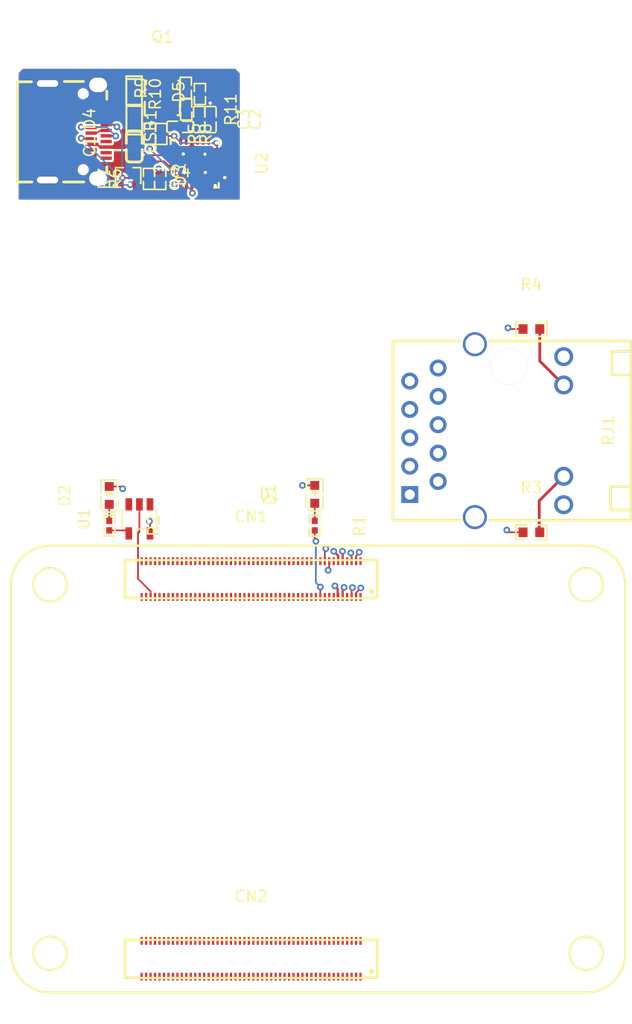
<source format=kicad_pcb>
(kicad_pcb (version 20240108) (generator "pcbnew") (generator_version "8.0")
  (layers (0 "F.Cu" signal) (1 "In1.Cu" signal) (2 "In2.Cu" signal) (31 "B.Cu" signal) (34 "B.Paste" user) (35 "F.Paste" user) (36 "B.SilkS" user "B.Silkscreen") (37 "F.SilkS" user "F.Silkscreen") (38 "B.Mask" user) (39 "F.Mask" user) (44 "Edge.Cuts" user))
  (net 0 "")
  (net 1 "A8")
  (net 2 "A10")
  (net 3 "controller.cm4.hdi_a-pins[17]")
  (net 4 "GND")
  (net 5 "UART_RX")
  (net 6 "pins[64]")
  (net 7 "pins[41]")
  (net 8 "pins[91]")
  (net 9 "pins[70]")
  (net 10 "controller.cm4-pins[23]")
  (net 11 "power-gnd")
  (net 12 "I2S_SD")
  (net 13 "pins[3]")
  (net 14 "VCC_3V3")
  (net 15 "controller.cm4-pins[39]")
  (net 16 "pins[61]")
  (net 17 "ETH_P2_P")
  (net 18 "controller.cm4.hdi_a-pins[94]")
  (net 19 "controller.rj45.connector-net-1")
  (net 20 "pins[58]")
  (net 21 "pins[9]")
  (net 22 "controller.cm4.hdi_b-pins[15]")
  (net 23 "controller.cm4.hdi_a-pins[34]")
  (net 24 "pins[76]")
  (net 25 "pins[46]")
  (net 26 "controller.rj45-anode")
  (net 27 "VCC_1V8")
  (net 28 "controller.cm4.hdi_b-pins[68]")
  (net 29 "B2")
  (net 30 "power.pd_controller-net")
  (net 31 "VBUS_VS_DISCH")
  (net 32 "HDMI1_D0_N")
  (net 33 "HDMI1_HOTPLUG")
  (net 34 "pins[22]")
  (net 35 "pins[11]")
  (net 36 "A3")
  (net 37 "HDMI1_CK_P")
  (net 38 "controller.cm4.hdi_b-pins[92]")
  (net 39 "A11")
  (net 40 "HDMI1_D1_N")
  (net 41 "controller.cm4.hdi_a-pins[98]")
  (net 42 "controller.cm4.hdi_a-pins[92]")
  (net 43 "POWER_OK3")
  (net 44 "HDMI1_D0_P")
  (net 45 "controller-line-3")
  (net 46 "HDMI0_CEC")
  (net 47 "controller.cm4.hdi_b-pins[94]")
  (net 48 "controller.cm4-pins[99]")
  (net 49 "N_C_")
  (net 50 "GPIO")
  (net 51 "controller.cm4.hdi_b-pins[23]")
  (net 52 "USB2_D_P")
  (net 53 "controller.cm4-pins[28]")
  (net 54 "HDMI0_D2_N")
  (net 55 "pins[69]")
  (net 56 "ETH_P3_P")
  (net 57 "controller.cm4.hdi_a-pins[56]")
  (net 58 "controller.cm4.hdi_a-pins[62]")
  (net 59 "pins[20]")
  (net 60 "controller.cm4-pins[26]")
  (net 61 "controller.cm4-pins[98]")
  (net 62 "controller.cm4.hdi_a-pins[35]")
  (net 63 "HDMI0_D1_P")
  (net 64 "SDA")
  (net 65 "controller.cm4-pins[49]")
  (net 66 "power.pd_controller.pd_controller-line")
  (net 67 "controller.cm4.hdi_b-pins[39]")
  (net 68 "pins[29]")
  (net 69 "controller.cm4-line-7")
  (net 70 "VREG_1V2")
  (net 71 "pins[57]")
  (net 72 "I2S_WS")
  (net 73 "pins[63]")
  (net 74 "controller.cm4-line-4")
  (net 75 "controller-line-2")
  (net 76 "controller.cm4.hdi_b-pins[26]")
  (net 77 "controller.rj45.connector-net")
  (net 78 "SCL")
  (net 79 "HDMI0_CK_P")
  (net 80 "USB2_D_N")
  (net 81 "controller.cm4.hdi_b-pins[35]")
  (net 82 "power-line-1")
  (net 83 "pins[55]")
  (net 84 "pins[38]")
  (net 85 "pins[67]")
  (net 86 "pins[8]")
  (net 87 "ETH_LED_LINK")
  (net 88 "ETH_P2_N")
  (net 89 "controller.cm4.hdi_b-pins[17]")
  (net 90 "controller.cm4.hdi_b-pins[93]")
  (net 91 "controller.cm4.hdi_b-pins[28]")
  (net 92 "VBUS")
  (net 93 "B3")
  (net 94 "controller-gnd")
  (net 95 "HDMI1_CEC")
  (net 96 "pins[60]")
  (net 97 "B8")
  (net 98 "HDMI1_D2_N")
  (net 99 "DISCH")
  (net 100 "HDMI1_D2_P")
  (net 101 "controller.cm4.hdi_a-pins[88]")
  (net 102 "CC1")
  (net 103 "controller.cm4-line-3")
  (net 104 "controller.cm4.hdi_b-pins[40]")
  (net 105 "ETH_P0_P")
  (net 106 "VSINK_VCC")
  (net 107 "controller.cm4-line-5")
  (net 108 "controller.cm4-line")
  (net 109 "HDMI1_D1_P")
  (net 110 "ATTACH")
  (net 111 "pins[44]")
  (net 112 "controller.cm4-line-1")
  (net 113 "B11")
  (net 114 "HDMI0_CK_N")
  (net 115 "pins[82]")
  (net 116 "controller.cm4-pins[40]")
  (net 117 "controller.cm4.hdi_b-pins[34]")
  (net 118 "controller.cm4.hdi_a-pins[99]")
  (net 119 "HDMI0_D2_P")
  (net 120 "controller.cm4.hdi_a-pins[68]")
  (net 121 "HDMI0_D0_N")
  (net 122 "pins[5]")
  (net 123 "pins[72]")
  (net 124 "VBUS_EN_SNK")
  (net 125 "controller.cm4.hdi_a-pins[74]")
  (net 126 "controller.cm4.hdi_b-pins[49]")
  (net 127 "CC2")
  (net 128 "controller.cm4.hdi_b-pins[62]")
  (net 129 "POWER_OK2")
  (net 130 "controller.cm4.hdi_b-pins[88]")
  (net 131 "ETH_P0_N")
  (net 132 "ETH_LED_ACTIVITY")
  (net 133 "pins[45]")
  (net 134 "B10")
  (net 135 "controller.rj45-anode-1")
  (net 136 "pins[18]")
  (net 137 "PWR_LED")
  (net 138 "pins[10]")
  (net 139 "VREG_2V7")
  (net 140 "controller.cm4.hdi_b-pins[74]")
  (net 141 "pins[75]")
  (net 142 "pins[95]")
  (net 143 "A_B_SIDE")
  (net 144 "pins[14]")
  (net 145 "pins[90]")
  (net 146 "ETH_P3_N")
  (net 147 "pins[21]")
  (net 148 "controller.cm4-line-2")
  (net 149 "controller.cm4-line-6")
  (net 150 "A2")
  (net 151 "power.pd_controller.pd_controller.footprint.pins[18].net-net")
  (net 152 "pins[66]")
  (net 153 "pins[86]")
  (net 154 "pins[37]")
  (net 155 "I2S_SCK")
  (net 156 "power-line-3")
  (net 157 "ETH_P1_P")
  (net 158 "controller-line-1")
  (net 159 "pins[16]")
  (net 160 "gate")
  (net 161 "ALERT")
  (net 162 "controller.cm4-cathode")
  (net 163 "controller-line")
  (net 164 "power.pd_controller.pd_controller-line-1")
  (net 165 "controller.cm4-cathode-1")
  (net 166 "pins[19]")
  (net 167 "pins[27]")
  (net 168 "hv")
  (net 169 "HDMI0_HOTPLUG")
  (net 170 "pins[33]")
  (net 171 "controller.cm4.hdi_a-pins[93]")
  (net 172 "HDMI1_CK_N")
  (net 173 "UART_TX")
  (net 174 "VCC_5V")
  (net 175 "ETH_P1_N")
  (net 176 "pins[71]")
  (net 177 "controller.cm4.hdi_b-pins[56]")
  (net 178 "pins[1]")
  (net 179 "power-line")
  (net 180 "controller.cm4.hdi_a-pins[15]")
  (net 181 "pins[80]")
  (net 182 "power-line-2")
  (net 183 "pins[0]")
  (net 184 "pins[32]")
  (net 185 "HDMI0_D1_N")
  (net 186 "HDMI0_D0_P")
  (net 187 "pins[96]")
  (footprint "atopile:DFN1610-2_L1.6-W1.0-P1.05-RD-57a24e" (layer "F.Cu") (at 153.635643 42.998828 90)
    (property "Reference" "D4" (hide yes))
    (property "Value" "")
  )
  (footprint "atopile:C0402-b3ef17" (layer "F.Cu") (at 160.467675 43.058275 -90)
    (property "Reference" "C2" (hide yes))
    (property "Value" "1µF ±10% 25V X5R")
  )
  (footprint "atopile:DFN1610-2_L1.6-W1.0-P1.05-RD-57a24e" (layer "F.Cu") (at 153.625658 40.581604 -90)
    (property "Reference" "D5" (hide yes))
    (property "Value" "")
  )
  (footprint "atopile:QFN-24_L4.0-W4.0-P0.50-BL-EP2.8-2a85a7" (layer "F.Cu") (at 159.051506 46.98403 -90)
    (property "Reference" "U2" (hide yes))
    (property "Value" "")
  )
  (footprint "atopile:C0402-b3ef17" (layer "F.Cu") (at 159.451917 43.050226 -90)
    (property "Reference" "C3" (hide yes))
    (property "Value" "1µF ±10% 25V X5R")
  )
  (footprint "atopile:R0402-56259e" (layer "F.Cu") (at 169.800011 79.414531 -90)
    (property "Reference" "R1")
    (property "Value" "1kΩ ±1% 62.5mW")
  )
  (footprint "atopile:CONN-SMD_DF40C-100DS-0.4V-51-ceffa9" (layer "F.Cu") (at 164.1 118.2)
    (property "Reference" "CN2")
    (property "Value" "")
  )
  (footprint "atopile:R0603-ebcab9" (layer "F.Cu") (at 189.200011 61.814531)
    (property "Reference" "R4")
    (property "Value" "470Ω ±1% 100mW")
  )
  (footprint "atopile:LED0603-RD-c81ffb" (layer "F.Cu") (at 151.400011 76.714531 90)
    (property "Reference" "D2")
    (property "Value" "")
  )
  (footprint "atopile:R0402-56259e" (layer "F.Cu") (at 156.056394 44.349743 -90)
    (property "Reference" "R8" (hide yes))
    (property "Value" "1kΩ ±1% 62.5mW")
  )
  (footprint "atopile:SOT-323-3_L2.1-W1.3-P1.32-LS2.1-BR-ee9edb" (layer "F.Cu") (at 153.096078 48.075976 -90)
    (property "Reference" "D3" (hide yes))
    (property "Value" "")
  )
  (footprint "lib:USB-C-SMD_TYC-324G-a50b79" (layer "F.Cu") (at 148.5 44.15 -90)
    (property "Reference" "USB1" (hide yes))
    (property "Value" "")
  )
  (footprint "atopile:R0402-56259e" (layer "F.Cu") (at 151.400011 79.414531 -90)
    (property "Reference" "R2")
    (property "Value" "1kΩ ±1% 62.5mW")
  )
  (footprint "atopile:C0603-bd72f6" (layer "F.Cu") (at 153.636812 45.468761 90)
    (property "Reference" "C1" (hide yes))
    (property "Value" "4.7µF ±10% 35V X5R")
  )
  (footprint "atopile:RJ45-TH_HR911130A-5845d4" (layer "F.Cu") (at 185.200011 70.914531 -90)
    (property "Reference" "RJ1")
    (property "Value" "")
  )
  (footprint "atopile:R0402-56259e" (layer "F.Cu") (at 155.966374 48.379105 90)
    (property "Reference" "R6" (hide yes))
    (property "Value" "4.7kΩ ±1% 62.5mW")
  )
  (footprint "atopile:SOT-23-5_L3.0-W1.7-P0.95-LS2.8-BR-9d80aa" (layer "F.Cu") (at 154.100011 78.814531 90)
    (property "Reference" "U1")
    (property "Value" "")
  )
  (footprint "atopile:LED0603-RD-YELLOW-5af84a" (layer "F.Cu") (at 169.800011 76.614531 90)
    (property "Reference" "D1")
    (property "Value" "")
  )
  (footprint "atopile:C0402-b3ef17" (layer "F.Cu") (at 157.747064 43.708898 180)
    (property "Reference" "C4" (hide yes))
    (property "Value" "100nF ±10% 16V X7R")
  )
  (footprint "atopile:R0402-56259e" (layer "F.Cu") (at 159.51692 40.772257 90)
    (property "Reference" "R10" (hide yes))
    (property "Value" "22kΩ ±1% 62.5mW")
  )
  (footprint "atopile:R0402-56259e" (layer "F.Cu") (at 158.291131 42.161931 -90)
    (property "Reference" "R11" (hide yes))
    (property "Value" "100Ω ±1% 62.5mW")
  )
  (footprint "atopile:R0402-56259e" (layer "F.Cu") (at 158.256738 40.217864 90)
    (property "Reference" "R9" (hide yes))
    (property "Value" "100kΩ ±1% 62.5mW")
  )
  (footprint "atopile:PDFN3333-8_L3.1-W3.2-P0.65-LS3.4-BL-33e04e" (layer "F.Cu") (at 156.166468 41.188329)
    (property "Reference" "Q1" (hide yes))
    (property "Value" "")
  )
  (footprint "atopile:CONN-SMD_DF40C-100DS-0.4V-51-ceffa9" (layer "F.Cu") (at 164.1 84.2)
    (property "Reference" "CN1")
    (property "Value" "")
  )
  (footprint "atopile:R0603-ebcab9" (layer "F.Cu") (at 189.200011 80.014531)
    (property "Reference" "R3")
    (property "Value" "470Ω ±1% 100mW")
  )
  (footprint "atopile:R0402-56259e" (layer "F.Cu") (at 155.026831 44.327883 -90)
    (property "Reference" "R5" (hide yes))
    (property "Value" "1kΩ ±1% 62.5mW")
  )
  (footprint "atopile:R0402-56259e" (layer "F.Cu") (at 154.957017 48.371121 90)
    (property "Reference" "R7" (hide yes))
    (property "Value" "4.7kΩ ±1% 62.5mW")
  )
  (gr_line (start 150.19909 44.289138) (end 150.746707 43.972971) (stroke (width 0.15)) (layer "F.Cu") (net 82))
  (gr_line (start 150.149325 42.723996) (end 150.755543 43.073996) (stroke (width 0.15)) (layer "F.Cu") (net 92))
  (gr_line (start 150.13109 45.21934) (end 150.737308 45.56934) (stroke (width 0.15)) (layer "F.Cu") (net 92))
  (gr_line (start 175.400011 85.919531) (end 152.800011 85.919531) (stroke (width 0.2)) (layer "F.SilkS"))
  (gr_circle (center 146.100011 84.714531) (end 144.600011 84.714531) (stroke (width 0.2)) (fill none) (layer "F.SilkS"))
  (gr_arc (start 142.600011 84.714531) (mid 143.625137 82.239657) (end 146.100011 81.214531) (stroke (width 0.2)) (layer "F.SilkS"))
  (gr_arc (start 146.100011 121.214531) (mid 143.625137 120.189405) (end 142.600011 117.714531) (stroke (width 0.2)) (layer "F.SilkS"))
  (gr_line (start 142.600011 84.714531) (end 142.600011 117.714531) (stroke (width 0.2)) (layer "F.SilkS"))
  (gr_line (start 175.400011 119.919531) (end 152.800011 119.919531) (stroke (width 0.2)) (layer "F.SilkS"))
  (gr_line (start 152.800011 82.509531) (end 175.400011 82.509531) (stroke (width 0.2)) (layer "F.SilkS"))
  (gr_line (start 175.400011 116.509531) (end 175.400011 119.919531) (stroke (width 0.2)) (layer "F.SilkS"))
  (gr_circle (center 146.100011 117.714531) (end 144.600011 117.714531) (stroke (width 0.2)) (fill none) (layer "F.SilkS"))
  (gr_line (start 152.800011 85.919531) (end 152.800011 82.509531) (stroke (width 0.2)) (layer "F.SilkS"))
  (gr_line (start 194.100012 81.214531) (end 146.100011 81.214531) (stroke (width 0.2)) (layer "F.SilkS"))
  (gr_circle (center 194.100011 117.714531) (end 192.600011 117.714531) (stroke (width 0.2)) (fill none) (layer "F.SilkS"))
  (gr_line (start 175.400011 82.509531) (end 175.400011 85.919531) (stroke (width 0.2)) (layer "F.SilkS"))
  (gr_line (start 152.800011 116.509531) (end 175.400011 116.509531) (stroke (width 0.2)) (layer "F.SilkS"))
  (gr_arc (start 194.100012 81.214531) (mid 196.574885 82.239657) (end 197.600011 84.71453) (stroke (width 0.2)) (layer "F.SilkS"))
  (gr_line (start 152.800011 119.919531) (end 152.800011 116.509531) (stroke (width 0.2)) (layer "F.SilkS"))
  (gr_arc (start 197.600011 117.714532) (mid 196.574884 120.189405) (end 194.100011 121.214531) (stroke (width 0.2)) (layer "F.SilkS"))
  (gr_line (start 146.100011 121.214531) (end 194.100011 121.214531) (stroke (width 0.2)) (layer "F.SilkS"))
  (gr_circle (center 194.100011 84.714531) (end 192.600011 84.714531) (stroke (width 0.2)) (fill none) (layer "F.SilkS"))
  (gr_line (start 197.600011 117.714532) (end 197.600011 84.71453) (stroke (width 0.2)) (layer "F.SilkS"))
  (segment (start 158.801506 44.98403) (end 158.801506 46.74403) (width 0.15) (layer "F.Cu") (net 11))
  (segment (start 161.721059 48.23403) (end 161.74304 48.256011) (width 0.15) (layer "F.Cu") (net 11))
  (segment (start 161.051506 48.23403) (end 160.291506 48.23403) (width 0.15) (layer "F.Cu") (net 11))
  (segment (start 159.301506 47.24403) (end 159.051506 46.99403) (width 0.15) (layer "F.Cu") (net 11))
  (segment (start 160.301506 48.98403) (end 160.878552 48.98403) (width 0.15) (layer "F.Cu") (net 11))
  (segment (start 159.301506 49.285932) (end 159.301506 48.98403) (width 0.15) (layer "F.Cu") (net 11))
  (segment (start 160.467675 41.62) (end 160.437675 41.59) (width 0.2) (layer "F.Cu") (net 11))
  (segment (start 158.801506 46.74403) (end 159.051506 46.99403) (width 0.15) (layer "F.Cu") (net 11))
  (segment (start 159.301506 48.98403) (end 159.301506 47.24403) (width 0.15) (layer "F.Cu") (net 11))
  (segment (start 161.051506 48.23403) (end 161.721059 48.23403) (width 0.15) (layer "F.Cu") (net 11))
  (segment (start 160.301506 48.98403) (end 160.301506 48.24403) (width 0.15) (layer "F.Cu") (net 11))
  (segment (start 153.636812 46.168761) (end 154.387387 46.168761) (width 0.15) (layer "F.Cu") (net 11))
  (segment (start 159.451917 42.500226) (end 160.459626 42.500226) (width 0.2) (layer "F.Cu") (net 11))
  (segment (start 160.467675 42.508275) (end 160.467675 41.62) (width 0.2) (layer "F.Cu") (net 11))
  (segment (start 160.459626 42.500226) (end 160.467675 42.508275) (width 0.2) (layer "F.Cu") (net 11))
  (segment (start 157.811506 48.23403) (end 159.051506 46.99403) (width 0.15) (layer "F.Cu") (net 11))
  (segment (start 160.878552 48.98403) (end 160.887831 48.974751) (width 0.15) (layer "F.Cu") (net 11))
  (segment (start 154.387387 46.168761) (end 154.434313 46.215687) (width 0.15) (layer "F.Cu") (net 11))
  (segment (start 160.291506 48.23403) (end 159.051506 46.99403) (width 0.15) (layer "F.Cu") (net 11))
  (segment (start 160.301506 48.24403) (end 159.051506 46.99403) (width 0.15) (layer "F.Cu") (net 11))
  (segment (start 157.051506 48.23403) (end 157.811506 48.23403) (width 0.15) (layer "F.Cu") (net 11))
  (via (at 154.434313 46.215687) (size 0.6) (drill 0.3) (layers "F.Cu" "B.Cu") (net 11))
  (via (at 161.74304 48.256011) (size 0.6) (drill 0.3) (layers "F.Cu" "B.Cu") (net 11))
  (via (at 159.968936 46.163478) (size 0.6) (drill 0.3) (layers "F.Cu" "B.Cu") (net 11))
  (via (at 158.031068 46.145282) (size 0.6) (drill 0.3) (layers "F.Cu" "B.Cu") (net 11))
  (via (at 160.005328 47.801113) (size 0.6) (drill 0.3) (layers "F.Cu" "B.Cu") (net 11))
  (via (at 160.437675 41.59) (size 0.6) (drill 0.3) (layers "F.Cu" "B.Cu") (net 11))
  (via (at 160.887831 48.974751) (size 0.6) (drill 0.3) (layers "F.Cu" "B.Cu") (net 11))
  (via (at 158.085656 47.764721) (size 0.6) (drill 0.3) (layers "F.Cu" "B.Cu") (net 11))
  (segment (start 152.400011 75.914531) (end 152.600011 76.114531) (width 0.15) (layer "F.Cu") (net 14))
  (segment (start 188.450011 80.014531) (end 187.200011 80.014531) (width 0.15) (layer "F.Cu") (net 14))
  (segment (start 155.050011 80.114531) (end 155.050011 79.064531) (width 0.15) (layer "F.Cu") (net 14))
  (segment (start 188.450011 61.814531) (end 187.200011 61.814531) (width 0.15) (layer "F.Cu") (net 14))
  (segment (start 151.400011 75.914531) (end 152.400011 75.914531) (width 0.15) (layer "F.Cu") (net 14))
  (segment (start 187.200011 80.014531) (end 187.000011 79.814531) (width 0.15) (layer "F.Cu") (net 14))
  (segment (start 169.800011 75.814531) (end 168.700011 75.814531) (width 0.15) (layer "F.Cu") (net 14))
  (segment (start 187.200011 61.814531) (end 187.100011 61.714531) (width 0.15) (layer "F.Cu") (net 14))
  (segment (start 155.050011 79.064531) (end 155.000011 79.014531) (width 0.15) (layer "F.Cu") (net 14))
  (via (at 168.700011 75.814531) (size 0.6) (drill 0.3) (layers "F.Cu" "B.Cu") (net 14))
  (via (at 187.100011 61.714531) (size 0.6) (drill 0.3) (layers "F.Cu" "B.Cu") (net 14))
  (via (at 152.600011 76.114531) (size 0.6) (drill 0.3) (layers "F.Cu" "B.Cu") (net 14))
  (via (at 187.000011 79.814531) (size 0.6) (drill 0.3) (layers "F.Cu" "B.Cu") (net 14))
  (via (at 155.000011 79.014531) (size 0.6) (drill 0.3) (layers "F.Cu" "B.Cu") (net 14))
  (segment (start 171.500011 81.714531) (end 171.9 82.11452) (width 0.2) (layer "F.Cu") (net 17))
  (segment (start 171.9 82.11452) (end 171.9 82.6) (width 0.2) (layer "F.Cu") (net 17))
  (via (at 171.500011 81.714531) (size 0.6) (drill 0.3) (layers "F.Cu" "B.Cu") (net 17))
  (segment (start 189.950011 61.814531) (end 189.950011 64.684531) (width 0.25) (layer "F.Cu") (net 26))
  (segment (start 189.950011 64.684531) (end 192.090011 66.824531) (width 0.25) (layer "F.Cu") (net 26))
  (segment (start 158.291131 43.702965) (end 158.297064 43.708898) (width 0.15) (layer "F.Cu") (net 30))
  (segment (start 158.291131 42.591931) (end 158.291131 43.702965) (width 0.15) (layer "F.Cu") (net 30))
  (segment (start 161.051506 45.201506) (end 161 45.15) (width 0.15) (layer "F.Cu") (net 31))
  (segment (start 157.207586 44.532594) (end 156.303543 44.532594) (width 0.15) (layer "F.Cu") (net 31))
  (segment (start 161.051506 45.73403) (end 161.051506 45.201506) (width 0.15) (layer "F.Cu") (net 31))
  (segment (start 156.303543 44.532594) (end 156.056394 44.779743) (width 0.15) (layer "F.Cu") (net 31))
  (via (at 157.207586 44.532594) (size 0.6) (drill 0.3) (layers "F.Cu" "B.Cu") (net 31))
  (via (at 161 45.15) (size 0.6) (drill 0.3) (layers "F.Cu" "B.Cu") (net 31))
  (segment (start 157.824992 45.15) (end 161 45.15) (width 0.15) (layer "B.Cu") (net 31))
  (segment (start 157.207586 44.532594) (end 157.824992 45.15) (width 0.15) (layer "B.Cu") (net 31))
  (segment (start 173.498703 82.13769) (end 173.777843 81.85855) (width 0.15) (layer "F.Cu") (net 56))
  (segment (start 173.5 82.6) (end 173.498703 82.598703) (width 0.15) (layer "F.Cu") (net 56))
  (segment (start 173.498703 82.598703) (end 173.498703 82.13769) (width 0.15) (layer "F.Cu") (net 56))
  (segment (start 173.777843 81.85855) (end 173.777843 81.800544) (width 0.15) (layer "F.Cu") (net 56))
  (via (at 173.777843 81.800544) (size 0.6) (drill 0.3) (layers "F.Cu" "B.Cu") (net 56))
  (segment (start 160.467675 43.733275) (end 159.84192 44.35903) (width 0.15) (layer "F.Cu") (net 70))
  (segment (start 159.426506 44.35903) (end 159.301506 44.48403) (width 0.15) (layer "F.Cu") (net 70))
  (segment (start 159.84192 44.35903) (end 159.426506 44.35903) (width 0.15) (layer "F.Cu") (net 70))
  (segment (start 159.301506 44.48403) (end 159.301506 44.98403) (width 0.15) (layer "F.Cu") (net 70))
  (segment (start 160.467675 43.608275) (end 160.467675 43.733275) (width 0.15) (layer "F.Cu") (net 70))
  (segment (start 151.062971 43.972971) (end 151.12 44.03) (width 0.15) (layer "F.Cu") (net 82))
  (segment (start 150.746707 43.972971) (end 151.062971 43.972971) (width 0.15) (layer "F.Cu") (net 82))
  (segment (start 150.19909 44.289138) (end 149.799138 44.289138) (width 0.15) (layer "F.Cu") (net 82))
  (segment (start 149.799138 44.289138) (end 149.78 44.27) (width 0.15) (layer "F.Cu") (net 82))
  (segment (start 171.1 83.314542) (end 171.1 82.6) (width 0.15) (layer "F.Cu") (net 87))
  (segment (start 171.000011 83.414531) (end 171.1 83.314542) (width 0.15) (layer "F.Cu") (net 87))
  (via (at 171.000011 83.414531) (size 0.6) (drill 0.3) (layers "F.Cu" "B.Cu") (net 87))
  (segment (start 172.3 81.736702) (end 172.3 82.6) (width 0.2) (layer "F.Cu") (net 88))
  (segment (start 172.277829 81.714531) (end 172.3 81.736702) (width 0.2) (layer "F.Cu") (net 88))
  (via (at 172.277829 81.714531) (size 0.6) (drill 0.3) (layers "F.Cu" "B.Cu") (net 88))
  (segment (start 155.186468 43.738246) (end 155.026831 43.897883) (width 0.2) (layer "F.Cu") (net 92))
  (segment (start 157.801506 44.98403) (end 157.801506 44.31334) (width 0.15) (layer "F.Cu") (net 92))
  (segment (start 157.801506 44.31334) (end 157.197064 43.708898) (width 0.15) (layer "F.Cu") (net 92))
  (segment (start 150.13109 45.21934) (end 149.83066 45.21934) (width 0.15) (layer "F.Cu") (net 92))
  (segment (start 155.186468 42.718329) (end 155.186468 43.738246) (width 0.2) (layer "F.Cu") (net 92))
  (segment (start 153.635643 44.767592) (end 153.636812 44.768761) (width 0.2) (layer "F.Cu") (net 92))
  (segment (start 155.084264 43.84045) (end 155.026831 43.897883) (width 0.2) (layer "F.Cu") (net 92))
  (segment (start 153.635643 43.518828) (end 154.647776 43.518828) (width 0.2) (layer "F.Cu") (net 92))
  (segment (start 151.12 45.52) (end 150.786648 45.52) (width 0.15) (layer "F.Cu") (net 92))
  (segment (start 157.233157 43.84045) (end 155.084264 43.84045) (width 0.2) (layer "F.Cu") (net 92))
  (segment (start 154.647776 43.518828) (end 155.026831 43.897883) (width 0.2) (layer "F.Cu") (net 92))
  (segment (start 156.496468 42.718329) (end 155.186468 42.718329) (width 0.2) (layer "F.Cu") (net 92))
  (segment (start 153.635643 43.518828) (end 153.635643 44.767592) (width 0.2) (layer "F.Cu") (net 92))
  (segment (start 150.786648 45.52) (end 150.737308 45.56934) (width 0.15) (layer "F.Cu") (net 92))
  (segment (start 149.83066 45.21934) (end 149.78 45.27) (width 0.15) (layer "F.Cu") (net 92))
  (segment (start 155.023771 45.674814) (end 155.026831 45.671754) (width 0.15) (layer "F.Cu") (net 99))
  (segment (start 155.026831 45.671754) (end 155.026831 44.757883) (width 0.15) (layer "F.Cu") (net 99))
  (segment (start 158.852117 49.649716) (end 158.801506 49.599105) (width 0.15) (layer "F.Cu") (net 99))
  (segment (start 158.801506 49.599105) (end 158.801506 48.98403) (width 0.15) (layer "F.Cu") (net 99))
  (via (at 155.023771 45.674814) (size 0.6) (drill 0.3) (layers "F.Cu" "B.Cu") (net 99))
  (via (at 158.852117 49.649716) (size 0.6) (drill 0.3) (layers "F.Cu" "B.Cu") (net 99))
  (segment (start 155.023771 45.674814) (end 155.024814 45.674814) (width 0.15) (layer "B.Cu") (net 99))
  (segment (start 155.024814 45.674814) (end 158.852117 49.502117) (width 0.15) (layer "B.Cu") (net 99))
  (segment (start 158.852117 49.502117) (end 158.852117 49.649716) (width 0.15) (layer "B.Cu") (net 99))
  (segment (start 153.794975 47.887519) (end 153.456518 48.225976) (width 0.15) (layer "F.Cu") (net 102))
  (segment (start 153.293476 48.225976) (end 153.231078 48.288374) (width 0.15) (layer "F.Cu") (net 102))
  (segment (start 156.008173 46.255) (end 155.208173 46.255) (width 0.15) (layer "F.Cu") (net 102))
  (segment (start 157.051506 46.23403) (end 156.029143 46.23403) (width 0.15) (layer "F.Cu") (net 102))
  (segment (start 153.456518 48.225976) (end 153.293476 48.225976) (width 0.15) (layer "F.Cu") (net 102))
  (segment (start 153.794975 47.355026) (end 153.794975 47.887519) (width 0.15) (layer "F.Cu") (net 102))
  (segment (start 152.28528 48.690181) (end 152.28528 48.885181) (width 0.15) (layer "F.Cu") (net 102))
  (segment (start 156.029143 46.23403) (end 156.008173 46.255) (width 0.15) (layer "F.Cu") (net 102))
  (segment (start 152.581547 48.288374) (end 152.436078 48.433843) (width 0.2) (layer "F.Cu") (net 102))
  (segment (start 154.359314 46.790687) (end 153.794975 47.355026) (width 0.15) (layer "F.Cu") (net 102))
  (segment (start 151.967074 43.52) (end 151.12 43.52) (width 0.15) (layer "F.Cu") (net 102))
  (segment (start 154.672486 46.790687) (end 154.359314 46.790687) (width 0.15) (layer "F.Cu") (net 102))
  (segment (start 153.231078 48.288374) (end 152.581547 48.288374) (width 0.15) (layer "F.Cu") (net 102))
  (segment (start 152.087484 43.70263) (end 152.087484 43.64041) (width 0.15) (layer "F.Cu") (net 102))
  (segment (start 152.436078 48.433843) (end 152.436078 48.915976) (width 0.2) (layer "F.Cu") (net 102))
  (segment (start 152.087484 43.64041) (end 151.967074 43.52) (width 0.15) (layer "F.Cu") (net 102))
  (segment (start 155.208173 46.255) (end 154.672486 46.790687) (width 0.15) (layer "F.Cu") (net 102))
  (segment (start 151.977074 43.53) (end 151.967074 43.52) (width 0.15) (layer "F.Cu") (net 102))
  (via (at 152.581547 48.288374) (size 0.6) (drill 0.3) (layers "F.Cu" "B.Cu") (net 102))
  (via (at 152.087484 43.70263) (size 0.6) (drill 0.3) (layers "F.Cu" "B.Cu") (net 102))
  (segment (start 152.581547 48.288374) (end 152.552076 48.258903) (width 0.15) (layer "B.Cu") (net 102))
  (segment (start 152.552076 48.258903) (end 152.552076 44.167222) (width 0.15) (layer "B.Cu") (net 102))
  (segment (start 152.552076 44.167222) (end 152.087484 43.70263) (width 0.15) (layer "B.Cu") (net 102))
  (segment (start 171.600011 84.814531) (end 171.849999 85.064519) (width 0.2) (layer "F.Cu") (net 105))
  (segment (start 171.849999 85.749999) (end 171.9 85.8) (width 0.2) (layer "F.Cu") (net 105))
  (segment (start 171.849999 85.064519) (end 171.849999 85.749999) (width 0.2) (layer "F.Cu") (net 105))
  (via (at 171.600011 84.814531) (size 0.6) (drill 0.3) (layers "F.Cu" "B.Cu") (net 105))
  (segment (start 151.400011 79.844531) (end 152.880011 79.844531) (width 0.15) (layer "F.Cu") (net 108))
  (segment (start 152.880011 79.844531) (end 153.150011 80.114531) (width 0.15) (layer "F.Cu") (net 108))
  (segment (start 161.012675 44.162675) (end 161.012675 41.342675) (width 0.15) (layer "F.Cu") (net 124))
  (segment (start 161.676506 46.60903) (end 161.676506 44.826506) (width 0.15) (layer "F.Cu") (net 124))
  (segment (start 161.676506 44.826506) (end 161.012675 44.162675) (width 0.15) (layer "F.Cu") (net 124))
  (segment (start 160.06192 40.642257) (end 159.76192 40.342257) (width 0.15) (layer "F.Cu") (net 124))
  (segment (start 161.012675 41.342675) (end 160.312257 40.642257) (width 0.15) (layer "F.Cu") (net 124))
  (segment (start 161.051506 46.73403) (end 161.551506 46.73403) (width 0.15) (layer "F.Cu") (net 124))
  (segment (start 161.551506 46.73403) (end 161.676506 46.60903) (width 0.15) (layer "F.Cu") (net 124))
  (segment (start 160.312257 40.642257) (end 160.06192 40.642257) (width 0.15) (layer "F.Cu") (net 124))
  (segment (start 159.76192 40.342257) (end 159.51692 40.342257) (width 0.15) (layer "F.Cu") (net 124))
  (segment (start 154.144975 47.5) (end 154.504288 47.140687) (width 0.15) (layer "F.Cu") (net 127))
  (segment (start 153.282323 48.895145) (end 154.144975 48.032493) (width 0.15) (layer "F.Cu") (net 127))
  (segment (start 155.158148 46.8) (end 156.320577 46.8) (width 0.15) (layer "F.Cu") (net 127))
  (segment (start 154.504288 47.140687) (end 154.817461 47.140687) (width 0.15) (layer "F.Cu") (net 127))
  (segment (start 156.320577 46.8) (end 156.754607 47.23403) (width 0.15) (layer "F.Cu") (net 127))
  (segment (start 154.817461 47.140687) (end 155.158148 46.8) (width 0.15) (layer "F.Cu") (net 127))
  (segment (start 149.78 44.78) (end 148.936265 44.78) (width 0.15) (layer "F.Cu") (net 127))
  (segment (start 154.144975 48.032493) (end 154.144975 47.5) (width 0.15) (layer "F.Cu") (net 127))
  (segment (start 148.936265 44.78) (end 148.893636 44.737371) (width 0.15) (layer "F.Cu") (net 127))
  (segment (start 156.754607 47.23403) (end 157.051506 47.23403) (width 0.15) (layer "F.Cu") (net 127))
  (via (at 153.282323 48.895145) (size 0.6) (drill 0.3) (layers "F.Cu" "B.Cu") (net 127))
  (via (at 148.893636 44.737371) (size 0.6) (drill 0.3) (layers "F.Cu" "B.Cu") (net 127))
  (segment (start 151.775 48.295) (end 151.775 47.618735) (width 0.15) (layer "B.Cu") (net 127))
  (segment (start 153.282323 48.895145) (end 152.375145 48.895145) (width 0.15) (layer "B.Cu") (net 127))
  (segment (start 151.775 47.618735) (end 148.893636 44.737371) (width 0.15) (layer "B.Cu") (net 127))
  (segment (start 152.375145 48.895145) (end 151.775 48.295) (width 0.15) (layer "B.Cu") (net 127))
  (segment (start 172.425484 84.948677) (end 172.3 85.074161) (width 0.2) (layer "F.Cu") (net 131))
  (segment (start 172.3 85.074161) (end 172.3 85.8) (width 0.2) (layer "F.Cu") (net 131))
  (via (at 172.425484 84.948677) (size 0.6) (drill 0.3) (layers "F.Cu" "B.Cu") (net 131))
  (segment (start 170.7 81.565856) (end 170.788496 81.47736) (width 0.15) (layer "F.Cu") (net 132))
  (segment (start 170.7 82.6) (end 170.7 81.565856) (width 0.15) (layer "F.Cu") (net 132))
  (via (at 170.788496 81.47736) (size 0.6) (drill 0.3) (layers "F.Cu" "B.Cu") (net 132))
  (segment (start 189.900011 79.964531) (end 189.900011 77.194531) (width 0.25) (layer "F.Cu") (net 135))
  (segment (start 189.900011 77.194531) (end 192.090011 75.004531) (width 0.25) (layer "F.Cu") (net 135))
  (segment (start 189.950011 80.014531) (end 189.900011 79.964531) (width 0.25) (layer "F.Cu") (net 135))
  (segment (start 155.1 85.3) (end 155.1 85.8) (width 0.15) (layer "F.Cu") (net 137))
  (segment (start 153.975 79.989542) (end 153.975 80.114531) (width 0.15) (layer "F.Cu") (net 137))
  (segment (start 154.100011 79.98952) (end 154.100011 77.514531) (width 0.15) (layer "F.Cu") (net 137))
  (segment (start 153.975 80.114531) (end 153.975 84.175) (width 0.15) (layer "F.Cu") (net 137))
  (segment (start 153.975 84.175) (end 155.1 85.3) (width 0.15) (layer "F.Cu") (net 137))
  (segment (start 153.975 80.114531) (end 154.100011 79.98952) (width 0.15) (layer "F.Cu") (net 137))
  (segment (start 158.818113 44.35903) (end 158.426506 44.35903) (width 0.15) (layer "F.Cu") (net 139))
  (segment (start 159.451917 43.600226) (end 159.451917 43.725226) (width 0.15) (layer "F.Cu") (net 139))
  (segment (start 158.426506 44.35903) (end 158.301506 44.48403) (width 0.15) (layer "F.Cu") (net 139))
  (segment (start 158.301506 44.48403) (end 158.301506 44.98403) (width 0.15) (layer "F.Cu") (net 139))
  (segment (start 159.451917 43.725226) (end 158.818113 44.35903) (width 0.15) (layer "F.Cu") (net 139))
  (segment (start 173.1 82.6) (end 173.1 81.933036) (width 0.15) (layer "F.Cu") (net 146))
  (segment (start 173.1 81.933036) (end 173.030447 81.863483) (width 0.15) (layer "F.Cu") (net 146))
  (via (at 173.030447 81.863483) (size 0.6) (drill 0.3) (layers "F.Cu" "B.Cu") (net 146))
  (segment (start 156.499667 49.369105) (end 155.525001 49.369105) (width 0.15) (layer "F.Cu") (net 156))
  (segment (start 156.780562 49.65) (end 156.499667 49.369105) (width 0.15) (layer "F.Cu") (net 156))
  (segment (start 155.525001 49.369105) (end 154.957017 48.801121) (width 0.15) (layer "F.Cu") (net 156))
  (segment (start 158.301506 49.48403) (end 158.135536 49.65) (width 0.15) (layer "F.Cu") (net 156))
  (segment (start 158.301506 48.98403) (end 158.301506 49.48403) (width 0.15) (layer "F.Cu") (net 156))
  (segment (start 158.135536 49.65) (end 156.780562 49.65) (width 0.15) (layer "F.Cu") (net 156))
  (segment (start 173.5 85.424502) (end 173.924504 84.999998) (width 0.15) (layer "F.Cu") (net 157))
  (segment (start 173.5 85.8) (end 173.5 85.424502) (width 0.15) (layer "F.Cu") (net 157))
  (via (at 173.924504 84.999998) (size 0.6) (drill 0.3) (layers "F.Cu" "B.Cu") (net 157))
  (segment (start 158.820805 41.202257) (end 158.291131 41.731931) (width 0.15) (layer "F.Cu") (net 160))
  (segment (start 158.256738 40.647864) (end 158.256738 41.697538) (width 0.15) (layer "F.Cu") (net 160))
  (segment (start 158.203045 41.731931) (end 158.291131 41.731931) (width 0.15) (layer "F.Cu") (net 160))
  (segment (start 157.746131 42.553869) (end 157.746131 42.188845) (width 0.15) (layer "F.Cu") (net 160))
  (segment (start 157.581671 42.718329) (end 157.746131 42.553869) (width 0.15) (layer "F.Cu") (net 160))
  (segment (start 158.256738 41.697538) (end 158.291131 41.731931) (width 0.15) (layer "F.Cu") (net 160))
  (segment (start 157.746131 42.188845) (end 158.203045 41.731931) (width 0.15) (layer "F.Cu") (net 160))
  (segment (start 159.51692 41.202257) (end 158.820805 41.202257) (width 0.15) (layer "F.Cu") (net 160))
  (segment (start 157.146468 42.718329) (end 157.581671 42.718329) (width 0.15) (layer "F.Cu") (net 160))
  (segment (start 169.800011 77.414531) (end 169.800011 78.984531) (width 0.15) (layer "F.Cu") (net 162))
  (segment (start 151.400011 77.514531) (end 151.400011 78.984531) (width 0.15) (layer "F.Cu") (net 165))
  (segment (start 169.800011 80.714531) (end 169.900011 80.814531) (width 0.15) (layer "F.Cu") (net 166))
  (segment (start 169.800011 79.844531) (end 169.800011 80.714531) (width 0.15) (layer "F.Cu") (net 166))
  (segment (start 170.300011 85.799989) (end 170.3 85.8) (width 0.15) (layer "F.Cu") (net 166))
  (segment (start 170.300011 84.914531) (end 170.300011 85.799989) (width 0.15) (layer "F.Cu") (net 166))
  (via (at 170.300011 84.914531) (size 0.6) (drill 0.3) (layers "F.Cu" "B.Cu") (net 166))
  (via (at 169.900011 80.814531) (size 0.6) (drill 0.3) (layers "F.Cu" "B.Cu") (net 166))
  (segment (start 169.900011 80.814531) (end 169.900011 84.514531) (width 0.15) (layer "B.Cu") (net 166))
  (segment (start 169.900011 84.514531) (end 170.300011 84.914531) (width 0.15) (layer "B.Cu") (net 166))
  (segment (start 155.36 47.941121) (end 155.95839 47.941121) (width 0.2) (layer "F.Cu") (net 168))
  (segment (start 155.95839 47.941121) (end 155.966374 47.949105) (width 0.2) (layer "F.Cu") (net 168))
  (segment (start 154.957017 47.941121) (end 155.36 47.941121) (width 0.2) (layer "F.Cu") (net 168))
  (segment (start 155.821157 47.472307) (end 155.821157 47.638503) (width 0.2) (layer "F.Cu") (net 168))
  (segment (start 155.518539 47.941121) (end 155.36 47.941121) (width 0.2) (layer "F.Cu") (net 168))
  (segment (start 155.821157 47.638503) (end 155.518539 47.941121) (width 0.2) (layer "F.Cu") (net 168))
  (via (at 155.821157 47.472307) (size 0.6) (drill 0.3) (layers "F.Cu" "B.Cu") (net 168))
  (segment (start 173.1 85.040675) (end 173.175301 84.965374) (width 0.15) (layer "F.Cu") (net 175))
  (segment (start 173.1 85.8) (end 173.1 85.040675) (width 0.15) (layer "F.Cu") (net 175))
  (via (at 173.175301 84.965374) (size 0.6) (drill 0.3) (layers "F.Cu" "B.Cu") (net 175))
  (segment (start 157.236761 48.87403) (end 157.064925 48.87403) (width 0.15) (layer "F.Cu") (net 179))
  (segment (start 157.626581 48.809105) (end 157.801506 48.98403) (width 0.15) (layer "F.Cu") (net 179))
  (segment (start 157 48.809105) (end 157.626581 48.809105) (width 0.15) (layer "F.Cu") (net 179))
  (segment (start 155.966374 48.809105) (end 157 48.809105) (width 0.15) (layer "F.Cu") (net 179))
  (segment (start 157.064925 48.87403) (end 157 48.809105) (width 0.15) (layer "F.Cu") (net 179))
  (via (at 157.236761 48.87403) (size 0.6) (drill 0.3) (layers "F.Cu" "B.Cu") (net 179))
  (segment (start 148.926265 43.77) (end 148.893636 43.737371) (width 0.15) (layer "F.Cu") (net 182))
  (segment (start 149.78 43.77) (end 148.926265 43.77) (width 0.15) (layer "F.Cu") (net 182))
  (segment (start 151.967078 44.52) (end 151.977076 44.529998) (width 0.15) (layer "F.Cu") (net 182))
  (segment (start 151.12 44.52) (end 151.967078 44.52) (width 0.15) (layer "F.Cu") (net 182))
  (via (at 148.893636 43.737371) (size 0.6) (drill 0.3) (layers "F.Cu" "B.Cu") (net 182))
  (via (at 151.977076 44.529998) (size 0.6) (drill 0.3) (layers "F.Cu" "B.Cu") (net 182))
  (segment (start 148.893636 43.737371) (end 151.184449 43.737371) (width 0.15) (layer "B.Cu") (net 182))
  (segment (start 151.184449 43.737371) (end 151.977076 44.529998) (width 0.15) (layer "B.Cu") (net 182))
  (zone (net 11) (net_name "power-gnd") (layer "F.Cu") (priority 5) (connect_pads yes (clearance 0.25)) (min_thickness 0.25) (fill yes (thermal_gap 0.5) (thermal_bridge_width 0.5))
    (polygon (pts (xy 153.196981 39.776981) (xy 155.01 39.180124) (xy 157.340201 39.259799) (xy 158.51 39.54) (xy 157.38 41.09) (xy 155.124369 41.204369) (xy 153.19 40.3)))
  )
  (zone (net 92) (net_name "VBUS") (layer "F.Cu") (priority 4) (connect_pads yes (clearance 0.15)) (min_thickness 0.12) (fill yes (thermal_gap 0.5) (thermal_bridge_width 0.5))
    (polygon (pts (xy 149.294067 42.625596) (xy 154 42.625596) (xy 155.122773 42.34) (xy 156.648577 42.281423) (xy 157.705059 44.115059) (xy 153.335894 45.713869) (xy 149.75 45.654323) (xy 149.279014 45.4) (xy 149.29 45.4) (xy 149.29 42.629663)))
  )
  (zone (net 11) (net_name "power-gnd") (layers "F&B.Cu") (connect_pads yes (clearance 0.15)) (min_thickness 0.12) (fill yes (thermal_gap 0.5) (thermal_bridge_width 0.5))
    (polygon (pts (xy 143.666545 38.513455) (xy 162.683455 38.513455) (xy 163.08 38.91) (xy 163.08 50.2) (xy 163.06 50.22) (xy 143.31 50.22) (xy 143.29 50.2) (xy 143.29 38.89)))
  )
)
</source>
